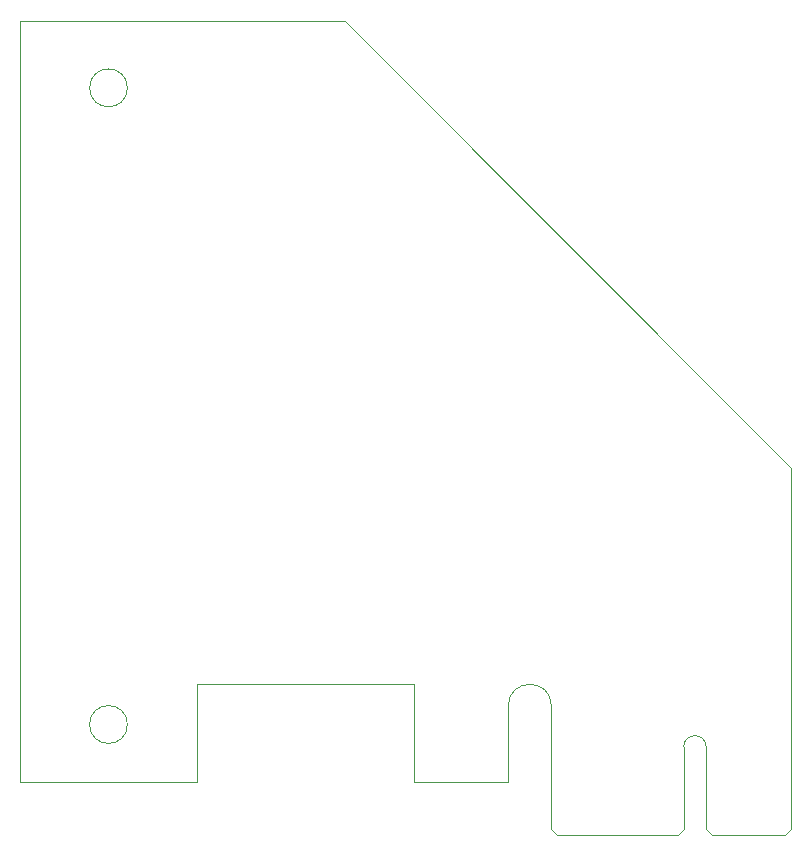
<source format=gbr>
%TF.GenerationSoftware,KiCad,Pcbnew,9.0.3*%
%TF.CreationDate,2025-08-09T15:12:17-04:00*%
%TF.ProjectId,PCIe-Aux-Signal-Breakout,50434965-2d41-4757-982d-5369676e616c,rev?*%
%TF.SameCoordinates,Original*%
%TF.FileFunction,Profile,NP*%
%FSLAX46Y46*%
G04 Gerber Fmt 4.6, Leading zero omitted, Abs format (unit mm)*
G04 Created by KiCad (PCBNEW 9.0.3) date 2025-08-09 15:12:17*
%MOMM*%
%LPD*%
G01*
G04 APERTURE LIST*
%TA.AperFunction,Profile*%
%ADD10C,0.100000*%
%TD*%
%TA.AperFunction,Profile*%
%ADD11C,0.120000*%
%TD*%
G04 APERTURE END LIST*
D10*
X46240000Y-136120000D02*
X61240000Y-136120000D01*
X55340000Y-131270000D02*
G75*
G02*
X52140000Y-131270000I-1600000J0D01*
G01*
X52140000Y-131270000D02*
G75*
G02*
X55340000Y-131270000I1600000J0D01*
G01*
X55340000Y-77370000D02*
G75*
G02*
X52140000Y-77370000I-1600000J0D01*
G01*
X52140000Y-77370000D02*
G75*
G02*
X55340000Y-77370000I1600000J0D01*
G01*
X111540000Y-109535000D02*
X73725000Y-71720000D01*
X111540000Y-127870000D02*
X111540000Y-109535000D01*
X61240000Y-127870000D02*
X79590000Y-127870000D01*
X46240000Y-71720000D02*
X46240000Y-136120000D01*
X73725000Y-71720000D02*
X46240000Y-71720000D01*
X61240000Y-136120000D02*
X61240000Y-127870000D01*
D11*
%TO.C,J1*%
X79590000Y-136120000D02*
X79590000Y-127870000D01*
X79590000Y-136120000D02*
X87590000Y-136120000D01*
X87590000Y-136120000D02*
X87590000Y-129695000D01*
X91240000Y-140120000D02*
X91240000Y-129695000D01*
X91240000Y-140120000D02*
X91740000Y-140620000D01*
X91740000Y-140620000D02*
X101940000Y-140620000D01*
X102440000Y-133170000D02*
X102440000Y-140120000D01*
X102440000Y-140120000D02*
X101940000Y-140620000D01*
X104340000Y-133170000D02*
X104340000Y-140120000D01*
X104340000Y-140120000D02*
X104840000Y-140620000D01*
X104840000Y-140620000D02*
X111040000Y-140620000D01*
X111540000Y-140120000D02*
X111040000Y-140620000D01*
X111540000Y-140120000D02*
X111540000Y-127870000D01*
X87590000Y-129695000D02*
G75*
G02*
X91240000Y-129695000I1825000J0D01*
G01*
X102440000Y-133170000D02*
G75*
G02*
X104340000Y-133170000I950000J0D01*
G01*
%TD*%
M02*

</source>
